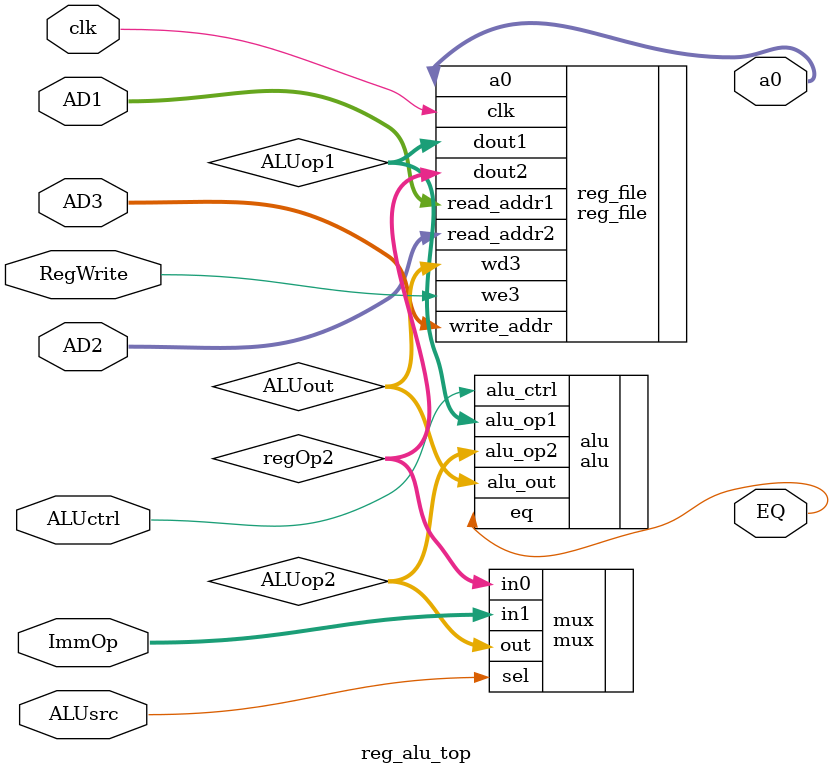
<source format=sv>
module reg_alu_top #(
    parameter   DATA_WIDTH = 32,
                ADDRESS_WIDTH = 5
) (
    input logic                         clk,
    input logic  [ADDRESS_WIDTH-1:0]    AD1,
    input logic  [ADDRESS_WIDTH-1:0]    AD2,
    input logic  [ADDRESS_WIDTH-1:0]    AD3,
    input logic  [DATA_WIDTH-1:0]       ImmOp,
    input logic                         RegWrite,
    input logic                         ALUctrl,
    input logic                         ALUsrc,
    output logic                        EQ,
    output logic [DATA_WIDTH-1:0]       a0
);

logic [DATA_WIDTH-1:0] ALUout;
logic [DATA_WIDTH-1:0] ALUop1;
logic [DATA_WIDTH-1:0] ALUop2;
logic [DATA_WIDTH-1:0] regOp2;

reg_file reg_file (
    .clk(clk),
    .read_addr1(AD1),
    .read_addr2(AD2),
    .write_addr(AD3),
    .wd3(ALUout),
    .we3(RegWrite),
    .dout1(ALUop1),
    .dout2(regOp2),
    .a0(a0)
);

mux mux (
    .in0(regOp2),
    .in1(ImmOp),
    .sel(ALUsrc),
    .out(ALUop2)
);

alu alu (
    .alu_op1(ALUop1),
    .alu_op2(ALUop2),
    .alu_ctrl(ALUctrl),
    .alu_out(ALUout),
    .eq(EQ)
);

endmodule

</source>
